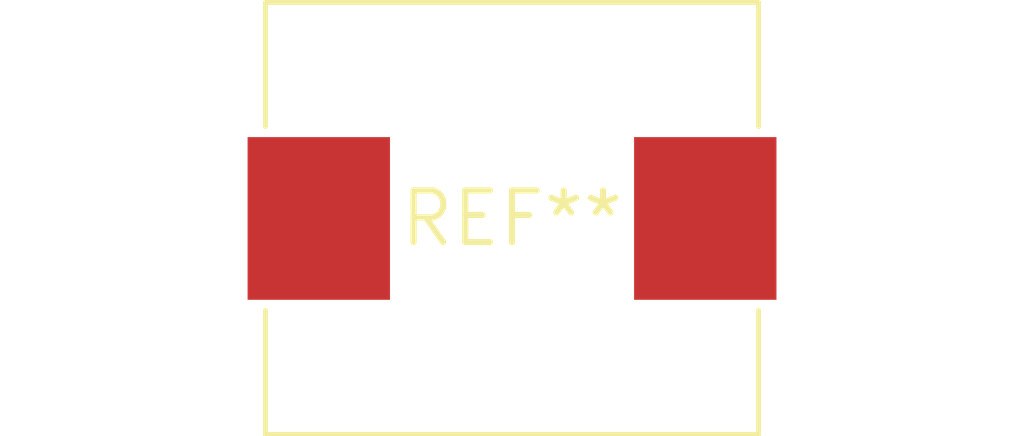
<source format=kicad_pcb>
(kicad_pcb (version 20240108) (generator pcbnew)
  (layers (0 "F.Cu" signal) (31 "B.Cu" signal) (34 "B.Paste" user) (35 "F.Paste" user) (36 "B.SilkS" user "B.Silkscreen") (37 "F.SilkS" user "F.Silkscreen") (38 "B.Mask" user) (39 "F.Mask" user) (44 "Edge.Cuts" user))
  (net 0 "")
  (footprint "L_Chilisin_BMRG00101030" (layer "F.Cu") (at 0 0)
    (property "Reference" "REF**")
    (property "Value" "L_Chilisin_BMRG00101030")
    (fp_line (start -6.06 -5.31) (end -6.06 -2.26) (layer "F.SilkS") (stroke (width 0.12)))
    (fp_line (start -6.06 -5.31) (end 6.06 -5.31) (layer "F.SilkS") (stroke (width 0.12)))
    (fp_line (start -6.06 5.31) (end -6.06 2.26) (layer "F.SilkS") (stroke (width 0.12)))
    (fp_line (start -6.06 5.31) (end 6.06 5.31) (layer "F.SilkS") (stroke (width 0.12)))
    (fp_line (start 6.06 -5.31) (end 6.06 -2.26) (layer "F.SilkS") (stroke (width 0.12)))
    (fp_line (start 6.06 5.31) (end 6.06 2.26) (layer "F.SilkS") (stroke (width 0.12)))
    (pad "1" smd rect (at -4.75 0) (size 3.5 4) (layers "F.Cu" "F.Paste" "F.Mask"))
    (pad "2" smd rect (at 4.75 0) (size 3.5 4) (layers "F.Cu" "F.Paste" "F.Mask"))
  )
)
</source>
